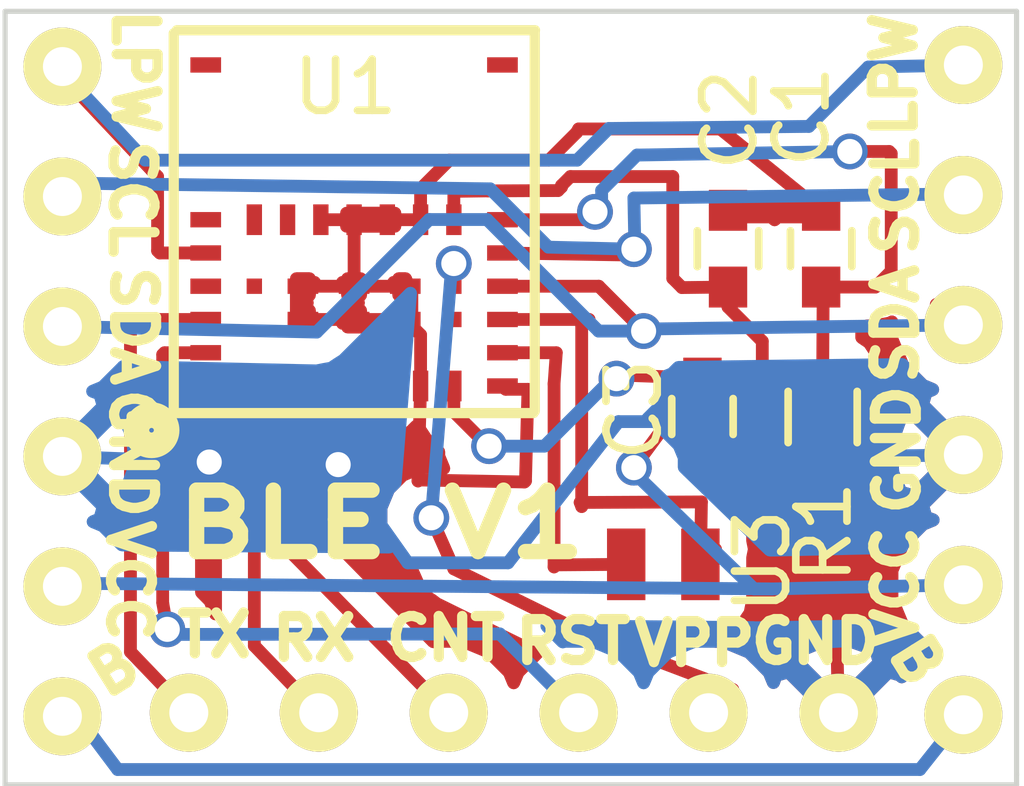
<source format=kicad_pcb>
(kicad_pcb (version 4) (host pcbnew "(2015-07-01 BZR 5850, Git 51c0ae3)-product")

  (general
    (links 39)
    (no_connects 0)
    (area 137.172215 95.63156 163.856025 114.270001)
    (thickness 1.6)
    (drawings 24)
    (tracks 186)
    (zones 0)
    (modules 9)
    (nets 27)
  )

  (page A4)
  (layers
    (0 F.Cu signal)
    (31 B.Cu signal)
    (32 B.Adhes user)
    (33 F.Adhes user)
    (34 B.Paste user)
    (35 F.Paste user)
    (36 B.SilkS user)
    (37 F.SilkS user)
    (38 B.Mask user)
    (39 F.Mask user)
    (40 Dwgs.User user)
    (41 Cmts.User user)
    (42 Eco1.User user)
    (43 Eco2.User user)
    (44 Edge.Cuts user)
    (45 Margin user)
    (46 B.CrtYd user)
    (47 F.CrtYd user)
    (48 B.Fab user)
    (49 F.Fab user)
  )

  (setup
    (last_trace_width 0.25)
    (user_trace_width 0.1)
    (user_trace_width 0.1524)
    (user_trace_width 0.2)
    (user_trace_width 0.25)
    (user_trace_width 0.3)
    (user_trace_width 0.4)
    (user_trace_width 0.5)
    (user_trace_width 0.8)
    (user_trace_width 1)
    (trace_clearance 0.2)
    (zone_clearance 0.508)
    (zone_45_only no)
    (trace_min 0.1)
    (segment_width 0.2)
    (edge_width 0.1)
    (via_size 0.7)
    (via_drill 0.5)
    (via_min_size 0.254)
    (via_min_drill 0.34)
    (user_via 0.7 0.34)
    (user_via 0.7 0.49)
    (uvia_size 0.3)
    (uvia_drill 0.127)
    (uvias_allowed no)
    (uvia_min_size 0.2)
    (uvia_min_drill 0.127)
    (pcb_text_width 0.3)
    (pcb_text_size 1.5 1.5)
    (mod_edge_width 0.15)
    (mod_text_size 1 1)
    (mod_text_width 0.15)
    (pad_size 1.5 1.5)
    (pad_drill 0.6)
    (pad_to_mask_clearance 0)
    (aux_axis_origin 0 0)
    (visible_elements 7FFFFF7F)
    (pcbplotparams
      (layerselection 0x010fc_80000001)
      (usegerberextensions true)
      (excludeedgelayer true)
      (linewidth 0.100000)
      (plotframeref false)
      (viasonmask false)
      (mode 1)
      (useauxorigin false)
      (hpglpennumber 1)
      (hpglpenspeed 20)
      (hpglpendiameter 15)
      (hpglpenoverlay 2)
      (psnegative false)
      (psa4output false)
      (plotreference true)
      (plotvalue false)
      (plotinvisibletext false)
      (padsonsilk false)
      (subtractmaskfromsilk false)
      (outputformat 1)
      (mirror false)
      (drillshape 0)
      (scaleselection 1)
      (outputdirectory ../../Poppy/Gerbers/))
  )

  (net 0 "")
  (net 1 "Net-(U1-Pad36)")
  (net 2 "Net-(U1-Pad10)")
  (net 3 "Net-(U1-Pad9)")
  (net 4 "Net-(U1-Pad5)")
  (net 5 "Net-(U1-Pad4)")
  (net 6 "Net-(U1-Pad30)")
  (net 7 "Net-(U1-Pad35)")
  (net 8 "Net-(U1-Pad37)")
  (net 9 "Net-(U1-Pad3)")
  (net 10 "Net-(U1-Pad19)")
  (net 11 "Net-(U1-Pad20)")
  (net 12 "Net-(U1-Pad21)")
  (net 13 "Net-(C1-Pad2)")
  (net 14 "Net-(C2-Pad1)")
  (net 15 GND)
  (net 16 SCL)
  (net 17 SDA)
  (net 18 A1/D1)
  (net 19 /TX)
  (net 20 /VPP)
  (net 21 /RST)
  (net 22 /RX)
  (net 23 /VPP-Control)
  (net 24 "Net-(U1-Pad23)")
  (net 25 /BAT)
  (net 26 /VCC)

  (net_class Default "This is the default net class."
    (clearance 0.2)
    (trace_width 0.25)
    (via_dia 0.7)
    (via_drill 0.5)
    (uvia_dia 0.3)
    (uvia_drill 0.127)
    (add_net /BAT)
    (add_net /RST)
    (add_net /RX)
    (add_net /TX)
    (add_net /VCC)
    (add_net /VPP)
    (add_net /VPP-Control)
    (add_net A1/D1)
    (add_net GND)
    (add_net "Net-(C1-Pad2)")
    (add_net "Net-(C2-Pad1)")
    (add_net "Net-(U1-Pad10)")
    (add_net "Net-(U1-Pad19)")
    (add_net "Net-(U1-Pad20)")
    (add_net "Net-(U1-Pad21)")
    (add_net "Net-(U1-Pad23)")
    (add_net "Net-(U1-Pad3)")
    (add_net "Net-(U1-Pad30)")
    (add_net "Net-(U1-Pad35)")
    (add_net "Net-(U1-Pad36)")
    (add_net "Net-(U1-Pad37)")
    (add_net "Net-(U1-Pad4)")
    (add_net "Net-(U1-Pad5)")
    (add_net "Net-(U1-Pad9)")
    (add_net SCL)
    (add_net SDA)
  )

  (net_class EuroCircuits ""
    (clearance 0.2)
    (trace_width 0.25)
    (via_dia 0.7)
    (via_drill 0.34)
    (uvia_dia 0.3)
    (uvia_drill 0.127)
  )

  (net_class Ragworm ""
    (clearance 0.1)
    (trace_width 0.1)
    (via_dia 0.7)
    (via_drill 0.5)
    (uvia_dia 0.3)
    (uvia_drill 0.127)
  )

  (module MyLibraries:LBCA2HNZYZ (layer F.Cu) (tedit 56228061) (tstamp 55A8FB58)
    (at 146.4711 103.1736)
    (path /55A90BF1)
    (fp_text reference U1 (at 2.7289 -2.5936) (layer F.SilkS)
      (effects (font (size 1 1) (thickness 0.15)))
    )
    (fp_text value LBCA2HNZYZ (at 2.89306 -1.6002) (layer F.Fab) hide
      (effects (font (size 1 0.5) (thickness 0.125)))
    )
    (fp_circle (center -1.05918 4.1148) (end -1.09982 4.13512) (layer F.SilkS) (width 0.5))
    (fp_line (start -0.59436 3.77952) (end 6.40564 3.77952) (layer F.SilkS) (width 0.2))
    (fp_line (start 6.43128 -3.6576) (end 6.43128 3.7424) (layer F.SilkS) (width 0.2))
    (fp_line (start -0.56388 -3.70332) (end 6.43612 -3.70332) (layer F.SilkS) (width 0.2))
    (fp_line (start -0.62484 -3.64236) (end -0.62484 3.75764) (layer F.SilkS) (width 0.2))
    (pad 36 smd rect (at 5.8 -3.025) (size 0.6 0.3) (layers F.Cu F.Paste F.Mask)
      (net 1 "Net-(U1-Pad36)"))
    (pad 12 smd rect (at 5.8 0.65) (size 0.6 0.3) (layers F.Cu F.Paste F.Mask)
      (net 16 SCL))
    (pad 11 smd rect (at 5.8 1.3) (size 0.6 0.3) (layers F.Cu F.Paste F.Mask)
      (net 17 SDA))
    (pad 10 smd rect (at 5.8 1.95) (size 0.6 0.3) (layers F.Cu F.Paste F.Mask)
      (net 2 "Net-(U1-Pad10)"))
    (pad 9 smd rect (at 5.8 2.6) (size 0.6 0.3) (layers F.Cu F.Paste F.Mask)
      (net 3 "Net-(U1-Pad9)"))
    (pad 8 smd rect (at 5.8 3.25) (size 0.6 0.3) (layers F.Cu F.Paste F.Mask)
      (net 15 GND))
    (pad 13 smd rect (at 5.8 0) (size 0.6 0.3) (layers F.Cu F.Paste F.Mask)
      (net 13 "Net-(C1-Pad2)"))
    (pad 7 smd rect (at 4.85 3.25) (size 0.3 0.6) (layers F.Cu F.Paste F.Mask)
      (net 26 /VCC))
    (pad 14 smd rect (at 4.85 0) (size 0.3 0.6) (layers F.Cu F.Paste F.Mask)
      (net 14 "Net-(C2-Pad1)"))
    (pad 31 smd rect (at 4.85 1.3) (size 0.3 0.3) (layers F.Cu F.Paste F.Mask)
      (net 20 /VPP))
    (pad 29 smd rect (at 3.9 1.95) (size 0.6 0.3) (layers F.Cu F.Paste F.Mask)
      (net 15 GND))
    (pad 32 smd rect (at 3.9 1.3) (size 0.6 0.3) (layers F.Cu F.Paste F.Mask)
      (net 15 GND))
    (pad 6 smd rect (at 4.2 3.25) (size 0.3 0.6) (layers F.Cu F.Paste F.Mask)
      (net 15 GND))
    (pad 5 smd rect (at 3.55 3.25) (size 0.3 0.6) (layers F.Cu F.Paste F.Mask)
      (net 4 "Net-(U1-Pad5)"))
    (pad 4 smd rect (at 2.9 3.25) (size 0.3 0.6) (layers F.Cu F.Paste F.Mask)
      (net 5 "Net-(U1-Pad4)"))
    (pad 15 smd rect (at 4.2 0) (size 0.3 0.6) (layers F.Cu F.Paste F.Mask)
      (net 15 GND))
    (pad 16 smd rect (at 3.55 0) (size 0.3 0.6) (layers F.Cu F.Paste F.Mask)
      (net 15 GND))
    (pad 17 smd rect (at 2.9 0) (size 0.3 0.6) (layers F.Cu F.Paste F.Mask)
      (net 15 GND))
    (pad 28 smd rect (at 2.9 1.95) (size 0.6 0.3) (layers F.Cu F.Paste F.Mask)
      (net 15 GND))
    (pad 27 smd rect (at 1.9 1.95) (size 0.6 0.3) (layers F.Cu F.Paste F.Mask)
      (net 15 GND))
    (pad 33 smd rect (at 2.9 1.3) (size 0.6 0.3) (layers F.Cu F.Paste F.Mask)
      (net 15 GND))
    (pad 34 smd rect (at 1.9 1.3) (size 0.6 0.3) (layers F.Cu F.Paste F.Mask)
      (net 15 GND))
    (pad 30 smd rect (at 4.85 1.95) (size 0.3 0.3) (layers F.Cu F.Paste F.Mask)
      (net 6 "Net-(U1-Pad30)"))
    (pad 35 smd rect (at 0.95 1.3) (size 0.3 0.3) (layers F.Cu F.Paste F.Mask)
      (net 7 "Net-(U1-Pad35)"))
    (pad 37 smd rect (at 0 -3.025) (size 0.6 0.3) (layers F.Cu F.Paste F.Mask)
      (net 8 "Net-(U1-Pad37)"))
    (pad 1 smd rect (at 0.95 3.25) (size 0.3 0.6) (layers F.Cu F.Paste F.Mask)
      (net 22 /RX))
    (pad 2 smd rect (at 1.6 3.25) (size 0.3 0.6) (layers F.Cu F.Paste F.Mask)
      (net 23 /VPP-Control))
    (pad 3 smd rect (at 2.25 3.25) (size 0.3 0.6) (layers F.Cu F.Paste F.Mask)
      (net 9 "Net-(U1-Pad3)"))
    (pad 18 smd rect (at 2.25 0) (size 0.3 0.6) (layers F.Cu F.Paste F.Mask)
      (net 15 GND))
    (pad 19 smd rect (at 1.6 0) (size 0.3 0.6) (layers F.Cu F.Paste F.Mask)
      (net 10 "Net-(U1-Pad19)"))
    (pad 20 smd rect (at 0.95 0) (size 0.3 0.6) (layers F.Cu F.Paste F.Mask)
      (net 11 "Net-(U1-Pad20)"))
    (pad 26 smd rect (at 0 3.25) (size 0.6 0.3) (layers F.Cu F.Paste F.Mask)
      (net 15 GND))
    (pad 25 smd rect (at 0 2.6) (size 0.6 0.3) (layers F.Cu F.Paste F.Mask)
      (net 21 /RST))
    (pad 24 smd rect (at 0 1.95) (size 0.6 0.3) (layers F.Cu F.Paste F.Mask)
      (net 19 /TX))
    (pad 23 smd rect (at 0 1.3) (size 0.6 0.3) (layers F.Cu F.Paste F.Mask)
      (net 24 "Net-(U1-Pad23)"))
    (pad 22 smd rect (at 0 0.65) (size 0.6 0.3) (layers F.Cu F.Paste F.Mask)
      (net 18 A1/D1))
    (pad 21 smd rect (at 0 0) (size 0.6 0.3) (layers F.Cu F.Paste F.Mask)
      (net 12 "Net-(U1-Pad21)"))
  )

  (module Capacitors_SMD:C_0603 (layer F.Cu) (tedit 56240C5A) (tstamp 55A95F99)
    (at 158.5 103.74 270)
    (descr "Capacitor SMD 0603, reflow soldering, AVX (see smccp.pdf)")
    (tags "capacitor 0603")
    (path /55A94D67)
    (attr smd)
    (fp_text reference C1 (at -2.58 0.38 270) (layer F.SilkS)
      (effects (font (size 1 1) (thickness 0.15)))
    )
    (fp_text value C_Small (at 0 1.9 270) (layer F.Fab) hide
      (effects (font (size 1 1) (thickness 0.15)))
    )
    (fp_line (start -1.45 -0.75) (end 1.45 -0.75) (layer F.CrtYd) (width 0.05))
    (fp_line (start -1.45 0.75) (end 1.45 0.75) (layer F.CrtYd) (width 0.05))
    (fp_line (start -1.45 -0.75) (end -1.45 0.75) (layer F.CrtYd) (width 0.05))
    (fp_line (start 1.45 -0.75) (end 1.45 0.75) (layer F.CrtYd) (width 0.05))
    (fp_line (start -0.35 -0.6) (end 0.35 -0.6) (layer F.SilkS) (width 0.15))
    (fp_line (start 0.35 0.6) (end -0.35 0.6) (layer F.SilkS) (width 0.15))
    (pad 1 smd rect (at -0.75 0 270) (size 0.8 0.75) (layers F.Cu F.Paste F.Mask)
      (net 15 GND))
    (pad 2 smd rect (at 0.75 0 270) (size 0.8 0.75) (layers F.Cu F.Paste F.Mask)
      (net 13 "Net-(C1-Pad2)"))
    (model Capacitors_SMD.3dshapes/C_0603.wrl
      (at (xyz 0 0 0))
      (scale (xyz 1 1 1))
      (rotate (xyz 0 0 0))
    )
  )

  (module Capacitors_SMD:C_0603 (layer F.Cu) (tedit 56228041) (tstamp 55A95F9F)
    (at 156.68 103.74 90)
    (descr "Capacitor SMD 0603, reflow soldering, AVX (see smccp.pdf)")
    (tags "capacitor 0603")
    (path /55A94E7C)
    (attr smd)
    (fp_text reference C2 (at 2.52 0.03 90) (layer F.SilkS)
      (effects (font (size 1 1) (thickness 0.15)))
    )
    (fp_text value C_Small (at 0 1.9 90) (layer F.Fab) hide
      (effects (font (size 1 1) (thickness 0.15)))
    )
    (fp_line (start -1.45 -0.75) (end 1.45 -0.75) (layer F.CrtYd) (width 0.05))
    (fp_line (start -1.45 0.75) (end 1.45 0.75) (layer F.CrtYd) (width 0.05))
    (fp_line (start -1.45 -0.75) (end -1.45 0.75) (layer F.CrtYd) (width 0.05))
    (fp_line (start 1.45 -0.75) (end 1.45 0.75) (layer F.CrtYd) (width 0.05))
    (fp_line (start -0.35 -0.6) (end 0.35 -0.6) (layer F.SilkS) (width 0.15))
    (fp_line (start 0.35 0.6) (end -0.35 0.6) (layer F.SilkS) (width 0.15))
    (pad 1 smd rect (at -0.75 0 90) (size 0.8 0.75) (layers F.Cu F.Paste F.Mask)
      (net 14 "Net-(C2-Pad1)"))
    (pad 2 smd rect (at 0.75 0 90) (size 0.8 0.75) (layers F.Cu F.Paste F.Mask)
      (net 15 GND))
    (model Capacitors_SMD.3dshapes/C_0603.wrl
      (at (xyz 0 0 0))
      (scale (xyz 1 1 1))
      (rotate (xyz 0 0 0))
    )
  )

  (module Resistors_SMD:R_0603 (layer F.Cu) (tedit 56227FB7) (tstamp 55A95FA5)
    (at 158.53 107.03 270)
    (descr "Resistor SMD 0603, reflow soldering, Vishay (see dcrcw.pdf)")
    (tags "resistor 0603")
    (path /55A94D18)
    (attr smd)
    (fp_text reference R1 (at 2.25 -0.02 270) (layer F.SilkS)
      (effects (font (size 1 1) (thickness 0.15)))
    )
    (fp_text value R (at 0 1.9 270) (layer F.Fab) hide
      (effects (font (size 1 1) (thickness 0.15)))
    )
    (fp_line (start -1.3 -0.8) (end 1.3 -0.8) (layer F.CrtYd) (width 0.05))
    (fp_line (start -1.3 0.8) (end 1.3 0.8) (layer F.CrtYd) (width 0.05))
    (fp_line (start -1.3 -0.8) (end -1.3 0.8) (layer F.CrtYd) (width 0.05))
    (fp_line (start 1.3 -0.8) (end 1.3 0.8) (layer F.CrtYd) (width 0.05))
    (fp_line (start 0.5 0.675) (end -0.5 0.675) (layer F.SilkS) (width 0.15))
    (fp_line (start -0.5 -0.675) (end 0.5 -0.675) (layer F.SilkS) (width 0.15))
    (pad 1 smd rect (at -0.75 0 270) (size 0.5 0.9) (layers F.Cu F.Paste F.Mask)
      (net 13 "Net-(C1-Pad2)"))
    (pad 2 smd rect (at 0.75 0 270) (size 0.5 0.9) (layers F.Cu F.Paste F.Mask)
      (net 14 "Net-(C2-Pad1)"))
    (model Resistors_SMD.3dshapes/R_0603.wrl
      (at (xyz 0 0 0))
      (scale (xyz 1 1 1))
      (rotate (xyz 0 0 0))
    )
  )

  (module MyLibraries:6PinHeader (layer F.Cu) (tedit 5622801F) (tstamp 55A95FAF)
    (at 146.14 112.81)
    (path /55A95B22)
    (fp_text reference U2 (at 1.93 -1.72) (layer F.SilkS) hide
      (effects (font (size 1 1) (thickness 0.15)))
    )
    (fp_text value 6PinHeader (at 6.37032 -1.96088) (layer F.Fab) hide
      (effects (font (size 1 1) (thickness 0.15)))
    )
    (pad 4 thru_hole circle (at 7.62 0) (size 1.524 1.524) (drill 0.762) (layers *.Cu *.Mask F.SilkS)
      (net 21 /RST))
    (pad 3 thru_hole circle (at 5.08 0) (size 1.524 1.524) (drill 0.762) (layers *.Cu *.Mask F.SilkS)
      (net 23 /VPP-Control))
    (pad 2 thru_hole circle (at 2.54 0) (size 1.524 1.524) (drill 0.762) (layers *.Cu *.Mask F.SilkS)
      (net 22 /RX))
    (pad 6 thru_hole circle (at 12.7 0) (size 1.524 1.524) (drill 0.762) (layers *.Cu *.Mask F.SilkS)
      (net 15 GND))
    (pad 5 thru_hole circle (at 10.16 0) (size 1.524 1.524) (drill 0.762) (layers *.Cu *.Mask F.SilkS)
      (net 20 /VPP))
    (pad 1 thru_hole circle (at 0 0) (size 1.524 1.524) (drill 0.762) (layers *.Cu *.Mask F.SilkS)
      (net 19 /TX))
  )

  (module MyLibraries:ABS06 (layer F.Cu) (tedit 56240F65) (tstamp 55A95FB5)
    (at 154.69 109.91)
    (path /55A94C71)
    (fp_text reference U3 (at 2.66 -0.06 90) (layer F.SilkS)
      (effects (font (size 1 1) (thickness 0.15)))
    )
    (fp_text value ABS06 (at -1.4 1.7 90) (layer F.Fab) hide
      (effects (font (size 1 1) (thickness 0.15)))
    )
    (pad 2 smd rect (at 1.45 0) (size 0.75 1.4) (layers F.Cu F.Paste F.Mask)
      (net 2 "Net-(U1-Pad10)"))
    (pad 1 smd rect (at 0 0) (size 0.75 1.4) (layers F.Cu F.Paste F.Mask)
      (net 3 "Net-(U1-Pad9)"))
  )

  (module Capacitors_SMD:C_0603 (layer F.Cu) (tedit 5622C62E) (tstamp 55A993CD)
    (at 156.18 107.02 270)
    (descr "Capacitor SMD 0603, reflow soldering, AVX (see smccp.pdf)")
    (tags "capacitor 0603")
    (path /55A9E125)
    (attr smd)
    (fp_text reference C3 (at -0.13 1.34 270) (layer F.SilkS)
      (effects (font (size 1 1) (thickness 0.15)))
    )
    (fp_text value C_Small (at 0 1.9 270) (layer F.Fab) hide
      (effects (font (size 1 1) (thickness 0.15)))
    )
    (fp_line (start -1.45 -0.75) (end 1.45 -0.75) (layer F.CrtYd) (width 0.05))
    (fp_line (start -1.45 0.75) (end 1.45 0.75) (layer F.CrtYd) (width 0.05))
    (fp_line (start -1.45 -0.75) (end -1.45 0.75) (layer F.CrtYd) (width 0.05))
    (fp_line (start 1.45 -0.75) (end 1.45 0.75) (layer F.CrtYd) (width 0.05))
    (fp_line (start -0.35 -0.6) (end 0.35 -0.6) (layer F.SilkS) (width 0.15))
    (fp_line (start 0.35 0.6) (end -0.35 0.6) (layer F.SilkS) (width 0.15))
    (pad 1 smd rect (at -0.75 0 270) (size 0.8 0.75) (layers F.Cu F.Paste F.Mask)
      (net 26 /VCC))
    (pad 2 smd rect (at 0.75 0 270) (size 0.8 0.75) (layers F.Cu F.Paste F.Mask)
      (net 15 GND))
    (model Capacitors_SMD.3dshapes/C_0603.wrl
      (at (xyz 0 0 0))
      (scale (xyz 1 1 1))
      (rotate (xyz 0 0 0))
    )
  )

  (module MyLibraries:6PinHeader (layer F.Cu) (tedit 56228059) (tstamp 5620FBE7)
    (at 161.28 112.85 90)
    (path /56211BC4)
    (fp_text reference U4 (at 16.09344 -0.00508 90) (layer F.SilkS) hide
      (effects (font (size 1 1) (thickness 0.15)))
    )
    (fp_text value 6PinHeader (at 6.37032 -1.96088 90) (layer F.Fab) hide
      (effects (font (size 1 1) (thickness 0.15)))
    )
    (pad 4 thru_hole circle (at 7.62 0 90) (size 1.524 1.524) (drill 0.762) (layers *.Cu *.Mask F.SilkS)
      (net 17 SDA))
    (pad 3 thru_hole circle (at 5.08 0 90) (size 1.524 1.524) (drill 0.762) (layers *.Cu *.Mask F.SilkS)
      (net 15 GND))
    (pad 2 thru_hole circle (at 2.54 0 90) (size 1.524 1.524) (drill 0.762) (layers *.Cu *.Mask F.SilkS)
      (net 26 /VCC))
    (pad 6 thru_hole circle (at 12.7 0 90) (size 1.524 1.524) (drill 0.762) (layers *.Cu *.Mask F.SilkS)
      (net 18 A1/D1))
    (pad 5 thru_hole circle (at 10.16 0 90) (size 1.524 1.524) (drill 0.762) (layers *.Cu *.Mask F.SilkS)
      (net 16 SCL))
    (pad 1 thru_hole circle (at 0 0 90) (size 1.524 1.524) (drill 0.762) (layers *.Cu *.Mask F.SilkS)
      (net 25 /BAT))
  )

  (module MyLibraries:6PinHeader (layer F.Cu) (tedit 56228053) (tstamp 5620FBF1)
    (at 143.67 112.88 90)
    (path /56211F63)
    (fp_text reference U5 (at 16.09344 -0.00508 90) (layer F.SilkS) hide
      (effects (font (size 1 1) (thickness 0.15)))
    )
    (fp_text value 6PinHeader (at 6.37032 -1.96088 90) (layer F.Fab) hide
      (effects (font (size 1 1) (thickness 0.15)))
    )
    (pad 4 thru_hole circle (at 7.62 0 90) (size 1.524 1.524) (drill 0.762) (layers *.Cu *.Mask F.SilkS)
      (net 17 SDA))
    (pad 3 thru_hole circle (at 5.08 0 90) (size 1.524 1.524) (drill 0.762) (layers *.Cu *.Mask F.SilkS)
      (net 15 GND))
    (pad 2 thru_hole circle (at 2.54 0 90) (size 1.524 1.524) (drill 0.762) (layers *.Cu *.Mask F.SilkS)
      (net 26 /VCC))
    (pad 6 thru_hole circle (at 12.7 0 90) (size 1.524 1.524) (drill 0.762) (layers *.Cu *.Mask F.SilkS)
      (net 18 A1/D1))
    (pad 5 thru_hole circle (at 10.16 0 90) (size 1.524 1.524) (drill 0.762) (layers *.Cu *.Mask F.SilkS)
      (net 16 SCL))
    (pad 1 thru_hole circle (at 0 0 90) (size 1.524 1.524) (drill 0.762) (layers *.Cu *.Mask F.SilkS)
      (net 25 /BAT))
  )

  (gr_text B (at 160.38 111.78 302) (layer F.SilkS) (tstamp 56241022)
    (effects (font (size 0.8 0.8) (thickness 0.2)))
  )
  (gr_text B (at 144.67 111.96 32) (layer F.SilkS) (tstamp 56240FBB)
    (effects (font (size 0.8 0.8) (thickness 0.2)))
  )
  (gr_text VPP (at 156.03 111.46) (layer F.SilkS) (tstamp 56240E0A)
    (effects (font (size 0.8 0.8) (thickness 0.2)))
  )
  (gr_text RST (at 153.65 111.42) (layer F.SilkS) (tstamp 56240DC1)
    (effects (font (size 0.8 0.8) (thickness 0.2)))
  )
  (gr_text CNT (at 151.16 111.36) (layer F.SilkS) (tstamp 56240DBE)
    (effects (font (size 0.8 0.8) (thickness 0.2)))
  )
  (gr_text RX (at 148.59 111.36) (layer F.SilkS) (tstamp 56240DBB)
    (effects (font (size 0.8 0.8) (thickness 0.2)))
  )
  (gr_text TX (at 146.64 111.29) (layer F.SilkS) (tstamp 56240DB5)
    (effects (font (size 0.8 0.8) (thickness 0.2)))
  )
  (gr_text VCC (at 144.98 110.23 270) (layer F.SilkS) (tstamp 56240DA5)
    (effects (font (size 0.8 0.8) (thickness 0.2)))
  )
  (gr_text GND (at 145.04 107.74 270) (layer F.SilkS) (tstamp 56240D9E)
    (effects (font (size 0.8 0.8) (thickness 0.2)))
  )
  (gr_text SDA (at 145.06 105.25 270) (layer F.SilkS) (tstamp 56240D95)
    (effects (font (size 0.8 0.8) (thickness 0.2)))
  )
  (gr_text SCL (at 145.03 102.77 270) (layer F.SilkS) (tstamp 56240D90)
    (effects (font (size 0.8 0.8) (thickness 0.2)))
  )
  (gr_text LPW (at 145.09 100.28 270) (layer F.SilkS) (tstamp 56240D7C)
    (effects (font (size 0.8 0.8) (thickness 0.2)))
  )
  (gr_text GND (at 158.39 111.42) (layer F.SilkS) (tstamp 56240D5E)
    (effects (font (size 0.8 0.8) (thickness 0.2)))
  )
  (gr_text VCC (at 159.96 110.35 90) (layer F.SilkS) (tstamp 56240D3D)
    (effects (font (size 0.8 0.8) (thickness 0.2)))
  )
  (gr_text GND (at 159.99 107.67 90) (layer F.SilkS) (tstamp 56240D35)
    (effects (font (size 0.8 0.8) (thickness 0.2)))
  )
  (gr_text SDA (at 159.96 105.21 90) (layer F.SilkS)
    (effects (font (size 0.8 0.8) (thickness 0.2)))
  )
  (gr_text SCL (at 159.96 102.72 90) (layer F.SilkS)
    (effects (font (size 0.8 0.8) (thickness 0.2)))
  )
  (gr_text LPW (at 159.93 100.34 90) (layer F.SilkS)
    (effects (font (size 0.8 0.8) (thickness 0.2)))
  )
  (gr_text "BLE V1" (at 149.9 109.12) (layer F.SilkS)
    (effects (font (size 1.2 1.5) (thickness 0.3)))
  )
  (gr_line (start 162.32 114.22) (end 162.32 114) (angle 90) (layer Edge.Cuts) (width 0.1))
  (gr_line (start 142.55 114.22) (end 162.32 114.22) (angle 90) (layer Edge.Cuts) (width 0.1))
  (gr_line (start 142.55 99.1) (end 142.55 114.22) (angle 90) (layer Edge.Cuts) (width 0.1))
  (gr_line (start 162.32 99.1) (end 142.55 99.1) (angle 90) (layer Edge.Cuts) (width 0.1))
  (gr_line (start 162.32 114.03) (end 162.32 99.1) (angle 90) (layer Edge.Cuts) (width 0.1))

  (segment (start 152.2711 105.1236) (end 153.9636 105.1236) (width 0.25) (layer F.Cu) (net 2) (status 10))
  (segment (start 156.16 108.69) (end 156.14 109.91) (width 0.25) (layer F.Cu) (net 2) (tstamp 5622630A) (status 20))
  (segment (start 153.79 108.7) (end 156.16 108.69) (width 0.25) (layer F.Cu) (net 2) (tstamp 56226307))
  (segment (start 153.82 108.78) (end 153.79 108.7) (width 0.25) (layer F.Cu) (net 2) (tstamp 56226304))
  (segment (start 153.82 105.24) (end 153.82 108.78) (width 0.25) (layer F.Cu) (net 2) (tstamp 562262F9))
  (segment (start 153.9636 105.1236) (end 153.82 105.24) (width 0.25) (layer F.Cu) (net 2) (tstamp 562262F5))
  (segment (start 156.135 109.905) (end 156.14 109.91) (width 0.25) (layer F.Cu) (net 2) (tstamp 562102FE) (status 30))
  (segment (start 156.4364 109.6136) (end 156.14 109.91) (width 0.25) (layer F.Cu) (net 2) (tstamp 55AAA437) (status 30))
  (segment (start 152.2711 105.7736) (end 153.3236 105.7736) (width 0.25) (layer F.Cu) (net 3) (status 10))
  (segment (start 153.32 109.92) (end 154.69 109.91) (width 0.25) (layer F.Cu) (net 3) (tstamp 562102DD) (status 20))
  (segment (start 153.28 109.96) (end 153.32 109.92) (width 0.25) (layer F.Cu) (net 3) (tstamp 562102DB))
  (segment (start 153.28 106.38) (end 153.28 109.96) (width 0.25) (layer F.Cu) (net 3) (tstamp 562102D8))
  (segment (start 153.3236 105.7736) (end 153.28 106.38) (width 0.25) (layer F.Cu) (net 3) (tstamp 562102D3))
  (segment (start 154.69 109.41) (end 154.69 109.91) (width 0.25) (layer F.Cu) (net 3) (tstamp 55AAA42A) (status 30))
  (segment (start 159.87 104.18) (end 159.87 101.88) (width 0.25) (layer F.Cu) (net 13))
  (segment (start 159.87 104.18) (end 159.56 104.49) (width 0.25) (layer F.Cu) (net 13) (tstamp 56240A4F))
  (segment (start 158.5 104.49) (end 159.56 104.49) (width 0.25) (layer F.Cu) (net 13) (tstamp 56240A54) (status 20))
  (segment (start 159.83 101.84) (end 159.06 101.84) (width 0.25) (layer F.Cu) (net 13) (tstamp 56240C6A))
  (segment (start 159.87 101.88) (end 159.83 101.84) (width 0.25) (layer F.Cu) (net 13) (tstamp 56240C65))
  (segment (start 152.2711 103.1736) (end 153.9264 103.1736) (width 0.25) (layer F.Cu) (net 13) (status 10))
  (segment (start 153.9264 103.1736) (end 154.08 103.02) (width 0.25) (layer F.Cu) (net 13) (tstamp 56240A37))
  (via (at 154.08 103.02) (size 0.7) (drill 0.49) (layers F.Cu B.Cu) (net 13))
  (segment (start 154.08 103.02) (end 154.21 102.89) (width 0.25) (layer B.Cu) (net 13) (tstamp 56240A3F))
  (segment (start 154.21 102.89) (end 154.21 102.6) (width 0.25) (layer B.Cu) (net 13) (tstamp 56240A40))
  (segment (start 154.21 102.6) (end 154.9 101.91) (width 0.25) (layer B.Cu) (net 13) (tstamp 56240A42))
  (segment (start 154.9 101.91) (end 159.06 101.84) (width 0.25) (layer B.Cu) (net 13) (tstamp 56240A44))
  (via (at 159.06 101.84) (size 0.7) (drill 0.49) (layers F.Cu B.Cu) (net 13))
  (segment (start 159.06 101.84) (end 159.15 101.93) (width 0.25) (layer F.Cu) (net 13) (tstamp 56240A4A))
  (segment (start 158.53 106.28) (end 158.54 104.53) (width 0.25) (layer F.Cu) (net 13) (status 30))
  (segment (start 158.54 104.53) (end 158.5 104.49) (width 0.25) (layer F.Cu) (net 13) (tstamp 56226396) (status 30))
  (segment (start 158.3 106.49) (end 158.55 106.34) (width 0.25) (layer F.Cu) (net 13) (status 30))
  (segment (start 158.3 106.49) (end 158.09 106.28) (width 0.25) (layer F.Cu) (net 13) (tstamp 5618056C) (status 30))
  (segment (start 156.68 104.49) (end 156.68 104.88) (width 0.25) (layer F.Cu) (net 14) (status 30))
  (segment (start 156.68 104.88) (end 157.35 105.55) (width 0.25) (layer F.Cu) (net 14) (tstamp 562409CA) (status 10))
  (segment (start 157.35 106.6) (end 158.53 107.78) (width 0.25) (layer F.Cu) (net 14) (tstamp 562409D5) (status 20))
  (segment (start 157.35 105.55) (end 157.35 106.6) (width 0.25) (layer F.Cu) (net 14) (tstamp 562409D0))
  (segment (start 153.425768 102.534068) (end 153.425768 102.504232) (width 0.25) (layer F.Cu) (net 14))
  (segment (start 153.6 102.33) (end 155.6 102.33) (width 0.25) (layer F.Cu) (net 14) (tstamp 562276C3))
  (segment (start 153.425768 102.504232) (end 153.6 102.33) (width 0.25) (layer F.Cu) (net 14) (tstamp 562276C2))
  (segment (start 151.99 102.61) (end 153.355768 102.604068) (width 0.25) (layer F.Cu) (net 14))
  (segment (start 151.3211 103.1736) (end 151.3211 102.6189) (width 0.25) (layer F.Cu) (net 14) (status 10))
  (segment (start 151.3211 102.6189) (end 151.99 102.61) (width 0.25) (layer F.Cu) (net 14) (tstamp 55AAA5B4))
  (segment (start 153.355768 102.604068) (end 153.425768 102.534068) (width 0.25) (layer F.Cu) (net 14) (tstamp 5622643F))
  (segment (start 158.53 107.78) (end 158.41 107.8) (width 0.25) (layer F.Cu) (net 14) (status 30))
  (segment (start 158.41 107.8) (end 158.23 107.57) (width 0.25) (layer F.Cu) (net 14) (tstamp 56226438) (status 30))
  (segment (start 156.68 104.49) (end 155.78 104.5) (width 0.25) (layer F.Cu) (net 14) (status 10))
  (segment (start 155.6 104.32) (end 155.6 102.33) (width 0.25) (layer F.Cu) (net 14) (tstamp 5622639D))
  (segment (start 155.78 104.5) (end 155.6 104.32) (width 0.25) (layer F.Cu) (net 14) (tstamp 5622639C))
  (segment (start 158.27 107.66) (end 158.37 107.76) (width 0.25) (layer F.Cu) (net 14) (tstamp 55AAA559) (status 30))
  (segment (start 156.18 107.77) (end 156.89 107.77) (width 0.25) (layer F.Cu) (net 15) (status 10))
  (segment (start 156.89 107.77) (end 159.12 110) (width 0.25) (layer F.Cu) (net 15) (tstamp 56240993))
  (segment (start 150.35 107.96) (end 149.06 107.96) (width 0.25) (layer F.Cu) (net 15))
  (via (at 149.06 107.96) (size 0.7) (drill 0.49) (layers F.Cu B.Cu) (net 15))
  (via (at 146.54 107.91) (size 0.7) (drill 0.49) (layers F.Cu B.Cu) (net 15))
  (segment (start 146.54 107.91) (end 146.4711 107.8411) (width 0.25) (layer F.Cu) (net 15) (tstamp 56239276))
  (segment (start 143.67 107.8) (end 146.54 107.91) (width 0.25) (layer B.Cu) (net 15) (status 10))
  (segment (start 152.770017 106.488716) (end 152.336216 106.488716) (width 0.25) (layer F.Cu) (net 15) (status 20))
  (segment (start 152.336216 106.488716) (end 152.2711 106.4236) (width 0.25) (layer F.Cu) (net 15) (tstamp 5622C5CB) (status 30))
  (segment (start 150.6711 102.5689) (end 151.23 102.01) (width 0.25) (layer F.Cu) (net 15))
  (segment (start 150.6711 103.1736) (end 150.6711 102.5689) (width 0.25) (layer F.Cu) (net 15) (status 10))
  (segment (start 153.72 101.47) (end 153.76 101.4) (width 0.25) (layer F.Cu) (net 15) (tstamp 562276E0))
  (segment (start 153.18 102.01) (end 153.72 101.47) (width 0.25) (layer F.Cu) (net 15) (tstamp 562276DC))
  (segment (start 151.23 102.01) (end 153.18 102.01) (width 0.25) (layer F.Cu) (net 15) (tstamp 562276D7))
  (segment (start 161.28 107.77) (end 155.99 107.85) (width 0.25) (layer B.Cu) (net 15) (status 10))
  (segment (start 155.99 107.85) (end 155.26 107.12) (width 0.25) (layer B.Cu) (net 15) (tstamp 56226501))
  (segment (start 155.26 107.12) (end 154.54 107.12) (width 0.25) (layer B.Cu) (net 15) (tstamp 56226509))
  (segment (start 154.54 107.12) (end 152.38 109.88) (width 0.25) (layer B.Cu) (net 15) (tstamp 5622650E))
  (segment (start 152.38 109.88) (end 150.42 109.88) (width 0.25) (layer B.Cu) (net 15) (tstamp 56226511))
  (segment (start 150.42 109.88) (end 149.06 107.96) (width 0.25) (layer B.Cu) (net 15) (tstamp 56226516))
  (segment (start 153.76 101.4) (end 156.53 101.4) (width 0.25) (layer F.Cu) (net 15) (tstamp 562276E3))
  (segment (start 156.53 101.4) (end 158.5 102.99) (width 0.25) (layer F.Cu) (net 15) (tstamp 562264A0) (status 20))
  (segment (start 158.5 102.99) (end 156.71 103.02) (width 0.25) (layer F.Cu) (net 15) (status 30))
  (segment (start 156.71 103.02) (end 156.68 102.99) (width 0.25) (layer F.Cu) (net 15) (tstamp 56226399) (status 30))
  (segment (start 158.84 112.81) (end 158.78 110.34) (width 0.25) (layer F.Cu) (net 15) (status 10))
  (segment (start 158.78 110.34) (end 159.12 110) (width 0.25) (layer F.Cu) (net 15) (tstamp 5621029B))
  (segment (start 159.12 110) (end 159.3 109.82) (width 0.25) (layer F.Cu) (net 15) (tstamp 562409A9))
  (segment (start 159.3 109.82) (end 161.28 107.77) (width 0.25) (layer F.Cu) (net 15) (tstamp 56226414) (status 20))
  (segment (start 146.57 107.94) (end 148.97 107.94) (width 0.25) (layer B.Cu) (net 15))
  (segment (start 148.99 107.96) (end 149.06 107.96) (width 0.25) (layer B.Cu) (net 15) (tstamp 56210268))
  (segment (start 148.97 107.94) (end 148.99 107.96) (width 0.25) (layer B.Cu) (net 15) (tstamp 5621025C))
  (segment (start 150.6711 107.6389) (end 150.6211 108.2789) (width 0.25) (layer F.Cu) (net 15) (tstamp 56210274))
  (segment (start 150.35 107.96) (end 150.6711 107.6389) (width 0.25) (layer F.Cu) (net 15) (tstamp 56210271))
  (segment (start 146.4711 107.8411) (end 146.4711 106.4236) (width 0.25) (layer F.Cu) (net 15) (tstamp 56210242) (status 20))
  (segment (start 146.57 107.94) (end 146.4711 107.8411) (width 0.25) (layer F.Cu) (net 15) (tstamp 56210241))
  (segment (start 146.54 107.91) (end 146.57 107.94) (width 0.25) (layer B.Cu) (net 15) (tstamp 56210233))
  (segment (start 150.6711 106.4236) (end 150.6211 108.2789) (width 0.25) (layer F.Cu) (net 15) (status 10))
  (segment (start 152.7211 108.2789) (end 152.770017 106.488716) (width 0.25) (layer F.Cu) (net 15) (tstamp 5615AB9F))
  (segment (start 150.6211 108.2789) (end 150.64 108.26) (width 0.25) (layer F.Cu) (net 15) (tstamp 5615AB8A))
  (segment (start 152.7 108.3) (end 152.7211 108.2789) (width 0.25) (layer F.Cu) (net 15) (tstamp 5615AB98))
  (segment (start 150.64 108.26) (end 152.7 108.3) (width 0.25) (layer F.Cu) (net 15) (tstamp 5615AB93))
  (segment (start 149.3711 104.4736) (end 149.3711 103.1736) (width 0.25) (layer F.Cu) (net 15) (status 30))
  (segment (start 150.6711 106.4236) (end 150.6711 105.4236) (width 0.25) (layer F.Cu) (net 15) (status 10))
  (segment (start 150.6711 105.4236) (end 150.3711 105.1236) (width 0.25) (layer F.Cu) (net 15) (tstamp 55AAA06A) (status 20))
  (segment (start 150.3711 105.1236) (end 150.3711 104.4736) (width 0.25) (layer F.Cu) (net 15) (status 30))
  (segment (start 149.3711 105.1236) (end 148.3711 105.1236) (width 0.25) (layer F.Cu) (net 15) (status 30))
  (segment (start 149.3711 105.1236) (end 150.3711 105.1236) (width 0.25) (layer F.Cu) (net 15) (status 30))
  (segment (start 149.3711 104.4736) (end 150.3711 104.4736) (width 0.25) (layer F.Cu) (net 15) (status 30))
  (segment (start 148.3711 104.4736) (end 149.3711 104.4736) (width 0.25) (layer F.Cu) (net 15) (status 30))
  (segment (start 150.0211 103.1736) (end 150.6711 103.1736) (width 0.25) (layer F.Cu) (net 15) (status 30))
  (segment (start 149.3711 103.1736) (end 150.0211 103.1736) (width 0.25) (layer F.Cu) (net 15) (status 30))
  (segment (start 148.7211 103.1736) (end 149.3711 103.1736) (width 0.25) (layer F.Cu) (net 15) (status 30))
  (via (at 154.840011 103.749527) (size 0.7) (drill 0.49) (layers F.Cu B.Cu) (net 16))
  (segment (start 154.85 103.76) (end 154.85 103.759516) (width 0.25) (layer F.Cu) (net 16) (tstamp 562392B1))
  (segment (start 154.85 103.759516) (end 154.840011 103.749527) (width 0.25) (layer F.Cu) (net 16) (tstamp 562392B0))
  (segment (start 154.86 103.75) (end 154.840011 103.749527) (width 0.25) (layer B.Cu) (net 16))
  (segment (start 154.840011 103.749527) (end 153.17 103.71) (width 0.25) (layer B.Cu) (net 16) (tstamp 562392AD))
  (segment (start 153.17 103.71) (end 152.03 102.57) (width 0.25) (layer B.Cu) (net 16) (tstamp 5622653A))
  (segment (start 152.03 102.57) (end 143.93 102.46) (width 0.25) (layer B.Cu) (net 16) (tstamp 5622653F) (status 20))
  (segment (start 143.93 102.46) (end 143.67 102.72) (width 0.25) (layer B.Cu) (net 16) (tstamp 56226548) (status 30))
  (segment (start 152.2711 103.8236) (end 154.7464 103.8636) (width 0.25) (layer F.Cu) (net 16) (status 10))
  (segment (start 154.84 102.75) (end 161.22 102.67) (width 0.25) (layer B.Cu) (net 16) (tstamp 562263EE) (status 20))
  (segment (start 154.86 103.75) (end 154.84 102.75) (width 0.25) (layer B.Cu) (net 16) (tstamp 562263ED))
  (segment (start 154.7464 103.8636) (end 154.85 103.76) (width 0.25) (layer F.Cu) (net 16) (tstamp 562263E4))
  (via (at 155.03 105.35) (size 0.7) (drill 0.49) (layers F.Cu B.Cu) (net 17))
  (segment (start 155.03 105.35) (end 154.15 105.35) (width 0.25) (layer B.Cu) (net 17))
  (segment (start 148.64 105.37) (end 143.67 105.26) (width 0.25) (layer B.Cu) (net 17) (tstamp 56226534) (status 20))
  (segment (start 150.84 103.17) (end 148.64 105.37) (width 0.25) (layer B.Cu) (net 17) (tstamp 5622652E))
  (segment (start 151.97 103.17) (end 150.84 103.17) (width 0.25) (layer B.Cu) (net 17) (tstamp 56226529))
  (segment (start 154.15 105.35) (end 151.97 103.17) (width 0.25) (layer B.Cu) (net 17) (tstamp 56226524))
  (segment (start 152.2711 104.4736) (end 154.1536 104.4736) (width 0.25) (layer F.Cu) (net 17) (status 10))
  (segment (start 155.07 105.31) (end 161.28 105.23) (width 0.25) (layer B.Cu) (net 17) (tstamp 562263D9) (status 20))
  (segment (start 155.03 105.35) (end 155.07 105.31) (width 0.25) (layer B.Cu) (net 17) (tstamp 562263D8))
  (segment (start 154.1536 104.4736) (end 155.03 105.35) (width 0.25) (layer F.Cu) (net 17) (tstamp 562263CB))
  (segment (start 160.7836 104.8636) (end 160.75 104.83) (width 0.25) (layer F.Cu) (net 17) (tstamp 5618048E) (status 30))
  (segment (start 143.67 100.18) (end 143.67 100.28) (width 0.25) (layer B.Cu) (net 18) (status 30))
  (segment (start 143.67 100.28) (end 145.29 102.01) (width 0.25) (layer B.Cu) (net 18) (tstamp 5622771F) (status 10))
  (segment (start 159.42 100.19) (end 161.28 100.15) (width 0.25) (layer B.Cu) (net 18) (tstamp 56227736) (status 20))
  (segment (start 158.26 101.35) (end 159.42 100.19) (width 0.25) (layer B.Cu) (net 18) (tstamp 56227732))
  (segment (start 154.35 101.39) (end 158.26 101.35) (width 0.25) (layer B.Cu) (net 18) (tstamp 5622772F))
  (segment (start 153.73 102.01) (end 154.35 101.39) (width 0.25) (layer B.Cu) (net 18) (tstamp 56227729))
  (segment (start 145.29 102.01) (end 153.73 102.01) (width 0.25) (layer B.Cu) (net 18) (tstamp 56227724))
  (segment (start 143.67 100.18) (end 143.67 100.36) (width 0.25) (layer F.Cu) (net 18) (status 30))
  (segment (start 143.67 100.36) (end 145.53 102.33) (width 0.25) (layer F.Cu) (net 18) (tstamp 5621014A) (status 10))
  (segment (start 145.53 102.33) (end 145.53 103.78) (width 0.25) (layer F.Cu) (net 18) (tstamp 56210152))
  (segment (start 145.53 103.78) (end 145.5736 103.8236) (width 0.25) (layer F.Cu) (net 18) (tstamp 56210156))
  (segment (start 145.5736 103.8236) (end 146.4711 103.8236) (width 0.25) (layer F.Cu) (net 18) (tstamp 56210158) (status 20))
  (segment (start 146.4711 105.1236) (end 145.0764 105.1236) (width 0.25) (layer F.Cu) (net 19) (status 10))
  (segment (start 145 111.62) (end 146.14 112.81) (width 0.25) (layer F.Cu) (net 19) (tstamp 562101F7) (status 20))
  (segment (start 145 105.2) (end 145 111.62) (width 0.25) (layer F.Cu) (net 19) (tstamp 562101F3))
  (segment (start 145.0764 105.1236) (end 145 105.2) (width 0.25) (layer F.Cu) (net 19) (tstamp 562101EE))
  (segment (start 156.773973 112.354901) (end 153.926018 111.277981) (width 0.25) (layer F.Cu) (net 20) (tstamp 56210291) (status 10))
  (segment (start 151.3211 104.4736) (end 151.3211 104.0311) (width 0.25) (layer F.Cu) (net 20) (status 10))
  (segment (start 151.3211 104.0311) (end 151.32 104.03) (width 0.25) (layer F.Cu) (net 20) (tstamp 55AAD0D4))
  (via (at 151.32 104.03) (size 0.7) (drill 0.49) (layers F.Cu B.Cu) (net 20))
  (segment (start 151.32 104.03) (end 151.28 104.07) (width 0.25) (layer B.Cu) (net 20) (tstamp 55AAD0DF))
  (segment (start 151.28 104.07) (end 150.88 109) (width 0.25) (layer B.Cu) (net 20) (tstamp 55AAD0E0))
  (via (at 150.88 109) (size 0.7) (drill 0.49) (layers F.Cu B.Cu) (net 20))
  (segment (start 150.88 109) (end 151.322265 109.999498) (width 0.25) (layer F.Cu) (net 20) (tstamp 55AAD0F2))
  (segment (start 151.322265 109.999498) (end 153.926018 111.277981) (width 0.25) (layer F.Cu) (net 20) (tstamp 55AAD0F3))
  (segment (start 146.4711 105.7736) (end 145.6664 105.7736) (width 0.25) (layer F.Cu) (net 21) (status 10))
  (segment (start 152.22 111.27) (end 153.76 112.81) (width 0.25) (layer B.Cu) (net 21) (tstamp 56239257) (status 20))
  (segment (start 145.82 111.28) (end 152.22 111.27) (width 0.25) (layer B.Cu) (net 21) (tstamp 56239251))
  (segment (start 145.72 111.18) (end 145.82 111.28) (width 0.25) (layer B.Cu) (net 21) (tstamp 56239250))
  (via (at 145.72 111.18) (size 0.7) (drill 0.49) (layers F.Cu B.Cu) (net 21))
  (segment (start 145.63 110.66) (end 145.72 111.18) (width 0.25) (layer F.Cu) (net 21) (tstamp 56239249))
  (segment (start 145.63 105.81) (end 145.63 110.66) (width 0.25) (layer F.Cu) (net 21) (tstamp 5623923F))
  (segment (start 145.6664 105.7736) (end 145.63 105.81) (width 0.25) (layer F.Cu) (net 21) (tstamp 56239239))
  (segment (start 147.4211 106.4236) (end 147.4211 111.5011) (width 0.25) (layer F.Cu) (net 22) (status 10))
  (segment (start 147.4211 111.5011) (end 148.68 112.81) (width 0.25) (layer F.Cu) (net 22) (tstamp 5621024B) (status 20))
  (segment (start 148.0711 106.4236) (end 148.0711 109.6111) (width 0.25) (layer F.Cu) (net 23) (status 10))
  (segment (start 148.0711 109.6111) (end 151.22 112.81) (width 0.25) (layer F.Cu) (net 23) (tstamp 56210250) (status 20))
  (segment (start 151.4611 112.5689) (end 151.22 112.81) (width 0.25) (layer F.Cu) (net 23) (tstamp 55AAA128) (status 30))
  (segment (start 143.67 112.88) (end 143.97 112.88) (width 0.25) (layer B.Cu) (net 25) (status 30))
  (segment (start 143.97 112.88) (end 144.75 113.92) (width 0.25) (layer B.Cu) (net 25) (tstamp 562100E1) (status 10))
  (segment (start 144.75 113.92) (end 160.43 113.92) (width 0.25) (layer B.Cu) (net 25) (tstamp 562100E3))
  (segment (start 160.43 113.92) (end 161.28 112.85) (width 0.25) (layer B.Cu) (net 25) (tstamp 562100EC) (status 20))
  (via (at 154.5 106.28) (size 0.7) (drill 0.49) (layers F.Cu B.Cu) (net 26))
  (segment (start 154.5 106.28) (end 154.57 106.21) (width 0.25) (layer F.Cu) (net 26) (tstamp 5623929B))
  (via (at 154.84 108.02) (size 0.7) (drill 0.49) (layers F.Cu B.Cu) (net 26))
  (segment (start 154.802693 108.080396) (end 154.802693 108.057307) (width 0.25) (layer B.Cu) (net 26) (tstamp 56239294))
  (segment (start 154.802693 108.057307) (end 154.84 108.02) (width 0.25) (layer B.Cu) (net 26) (tstamp 56239293))
  (via (at 152.01 107.6) (size 0.7) (drill 0.49) (layers F.Cu B.Cu) (net 26))
  (segment (start 151.3211 106.9311) (end 151.99 107.6) (width 0.25) (layer F.Cu) (net 26) (tstamp 5623928A))
  (segment (start 151.99 107.6) (end 152.01 107.6) (width 0.25) (layer F.Cu) (net 26) (tstamp 56239289))
  (segment (start 151.3211 106.4236) (end 151.3211 106.9311) (width 0.25) (layer F.Cu) (net 26) (status 10))
  (segment (start 154.57 106.21) (end 156.18 106.27) (width 0.25) (layer F.Cu) (net 26) (tstamp 5622C605) (status 20))
  (segment (start 152.01 107.6) (end 153.09 107.6) (width 0.25) (layer B.Cu) (net 26) (tstamp 5622C5DD))
  (segment (start 153.09 107.6) (end 154.3 106.39) (width 0.25) (layer B.Cu) (net 26) (tstamp 5622C5E1))
  (segment (start 154.3 106.39) (end 154.5 106.28) (width 0.25) (layer B.Cu) (net 26) (tstamp 5622C5F4))
  (segment (start 157.54 110.39) (end 143.73 110.28) (width 0.25) (layer B.Cu) (net 26) (status 20))
  (segment (start 143.73 110.28) (end 143.67 110.34) (width 0.25) (layer B.Cu) (net 26) (tstamp 562264F6) (status 30))
  (segment (start 156.18 106.27) (end 156.13 106.27) (width 0.25) (layer F.Cu) (net 26) (status 30))
  (segment (start 156.13 106.27) (end 154.84 108.02) (width 0.25) (layer F.Cu) (net 26) (tstamp 562264D8) (status 10))
  (segment (start 154.802693 108.080396) (end 157.19 110.39) (width 0.25) (layer B.Cu) (net 26) (tstamp 56239297))
  (segment (start 157.19 110.39) (end 157.54 110.39) (width 0.25) (layer B.Cu) (net 26) (tstamp 562264E6))
  (segment (start 157.54 110.39) (end 161.28 110.31) (width 0.25) (layer B.Cu) (net 26) (tstamp 562264F4) (status 20))

  (zone (net 0) (net_name "") (layer F.Cu) (tstamp 56227D90) (hatch edge 0.508)
    (connect_pads (clearance 0.508))
    (min_thickness 0.254)
    (keepout (tracks not_allowed) (vias not_allowed) (copperpour allowed))
    (fill (arc_segments 16) (thermal_gap 0.508) (thermal_bridge_width 0.508))
    (polygon
      (pts
        (xy 142.48 99.06) (xy 162.31 99.18) (xy 162.4 102.51) (xy 142.72 102.53)
      )
    )
  )
  (zone (net 0) (net_name "") (layer B.Cu) (tstamp 56227DBA) (hatch edge 0.508)
    (connect_pads (clearance 0.508))
    (min_thickness 0.254)
    (keepout (tracks not_allowed) (vias not_allowed) (copperpour allowed))
    (fill (arc_segments 16) (thermal_gap 0.508) (thermal_bridge_width 0.508))
    (polygon
      (pts
        (xy 142.45 99.07) (xy 162.19 99.25) (xy 162.18 102.51) (xy 142.52 102.43)
      )
    )
  )
  (zone (net 15) (net_name GND) (layer F.Cu) (tstamp 56227DDC) (hatch edge 0.508)
    (connect_pads (clearance 0.508))
    (min_thickness 0.254)
    (fill yes (arc_segments 16) (thermal_gap 0.508) (thermal_bridge_width 0.508))
    (polygon
      (pts
        (xy 142.69 102.9) (xy 162.47 102.79) (xy 162.27 114.22) (xy 142.49 114.26)
      )
    )
    (filled_polygon
      (pts
        (xy 159.882758 105.506661) (xy 160.09499 106.020303) (xy 160.48763 106.413629) (xy 160.679727 106.493395) (xy 160.548857 106.547603)
        (xy 160.479392 106.789787) (xy 161.28 107.590395) (xy 161.294143 107.576253) (xy 161.473748 107.755858) (xy 161.459605 107.77)
        (xy 161.473748 107.784143) (xy 161.294143 107.963748) (xy 161.28 107.949605) (xy 160.479392 108.750213) (xy 160.548857 108.992397)
        (xy 160.689318 109.042509) (xy 160.489697 109.12499) (xy 160.096371 109.51763) (xy 159.883243 110.0309) (xy 159.882758 110.586661)
        (xy 160.09499 111.100303) (xy 160.48763 111.493629) (xy 160.695512 111.579949) (xy 160.489697 111.66499) (xy 160.096371 112.05763)
        (xy 160.074961 112.10919) (xy 160.062397 112.078857) (xy 159.820213 112.009392) (xy 159.019605 112.81) (xy 159.033748 112.824143)
        (xy 158.854143 113.003748) (xy 158.84 112.989605) (xy 158.825858 113.003748) (xy 158.646253 112.824143) (xy 158.660395 112.81)
        (xy 157.859787 112.009392) (xy 157.617603 112.078857) (xy 157.567491 112.219318) (xy 157.48501 112.019697) (xy 157.363915 111.89839)
        (xy 157.294359 111.801008) (xy 157.221019 111.755245) (xy 157.09237 111.626371) (xy 156.616176 111.428638) (xy 158.492632 111.428638)
        (xy 158.108857 111.587603) (xy 158.039392 111.829787) (xy 158.84 112.630395) (xy 159.640608 111.829787) (xy 159.571143 111.587603)
        (xy 159.047698 111.400856) (xy 158.492632 111.428638) (xy 156.616176 111.428638) (xy 156.5791 111.413243) (xy 156.432126 111.413115)
        (xy 156.020438 111.25744) (xy 156.515 111.25744) (xy 156.757123 111.210463) (xy 156.969927 111.070673) (xy 157.112377 110.85964)
        (xy 157.16244 110.61) (xy 157.16244 109.784327) (xy 157.1964 109.6136) (xy 157.16244 109.442873) (xy 157.16244 109.21)
        (xy 157.115463 108.967877) (xy 156.975673 108.755073) (xy 156.919655 108.71726) (xy 156.919887 108.703139) (xy 157.093327 108.529698)
        (xy 157.19 108.296309) (xy 157.19 108.05575) (xy 157.03125 107.897) (xy 156.307 107.897) (xy 156.307 107.917)
        (xy 156.053 107.917) (xy 156.053 107.897) (xy 156.033 107.897) (xy 156.033 107.68244) (xy 156.076816 107.623)
        (xy 156.307 107.623) (xy 156.307 107.643) (xy 157.03125 107.643) (xy 157.174724 107.499526) (xy 157.43256 107.757362)
        (xy 157.43256 108.03) (xy 157.479537 108.272123) (xy 157.619327 108.484927) (xy 157.83036 108.627377) (xy 158.08 108.67744)
        (xy 158.98 108.67744) (xy 159.222123 108.630463) (xy 159.434927 108.490673) (xy 159.577377 108.27964) (xy 159.62744 108.03)
        (xy 159.62744 107.53) (xy 159.580463 107.287877) (xy 159.440673 107.075073) (xy 159.387021 107.038857) (xy 160.057603 107.038857)
        (xy 159.870856 107.562302) (xy 159.898638 108.117368) (xy 160.057603 108.501143) (xy 160.299787 108.570608) (xy 161.100395 107.77)
        (xy 160.299787 106.969392) (xy 160.057603 107.038857) (xy 159.387021 107.038857) (xy 159.374471 107.030386) (xy 159.434927 106.990673)
        (xy 159.577377 106.77964) (xy 159.62744 106.53) (xy 159.62744 106.03) (xy 159.580463 105.787877) (xy 159.440673 105.575073)
        (xy 159.294604 105.476475) (xy 159.295193 105.37349) (xy 159.329927 105.350673) (xy 159.397883 105.25) (xy 159.56 105.25)
        (xy 159.850839 105.192148) (xy 159.883051 105.170625) (xy 159.882758 105.506661)
      )
    )
    (filled_polygon
      (pts
        (xy 150.618952 107.221939) (xy 150.783699 107.468501) (xy 151.024905 107.709707) (xy 151.02483 107.795069) (xy 151.123849 108.034713)
        (xy 151.076788 108.015172) (xy 150.684931 108.01483) (xy 150.322771 108.164471) (xy 150.045445 108.441314) (xy 149.895172 108.803212)
        (xy 149.89483 109.195069) (xy 150.044471 109.557229) (xy 150.321314 109.834555) (xy 150.44001 109.883842) (xy 150.627264 110.307027)
        (xy 150.69376 110.401575) (xy 150.751727 110.50158) (xy 150.778481 110.522036) (xy 150.797854 110.549582) (xy 150.895465 110.611483)
        (xy 150.987295 110.681697) (xy 152.949488 111.645164) (xy 152.576371 112.01763) (xy 152.490051 112.225512) (xy 152.40501 112.019697)
        (xy 152.01237 111.626371) (xy 151.4991 111.413243) (xy 150.943339 111.412758) (xy 150.920374 111.422247) (xy 148.8311 109.299799)
        (xy 148.8311 107.37104) (xy 148.8711 107.37104) (xy 149.048992 107.336525) (xy 149.2211 107.37104) (xy 149.5211 107.37104)
        (xy 149.698992 107.336525) (xy 149.8711 107.37104) (xy 150.1711 107.37104) (xy 150.343888 107.337515) (xy 150.394791 107.3586)
        (xy 150.43735 107.3586) (xy 150.584203 107.211747) (xy 150.613143 107.192736) (xy 150.618952 107.221939)
      )
    )
    (filled_polygon
      (pts
        (xy 146.5981 107.04985) (xy 146.6611 107.11285) (xy 146.6611 110.878273) (xy 146.555529 110.622771) (xy 146.39 110.456953)
        (xy 146.39 106.57104) (xy 146.5981 106.57104) (xy 146.5981 107.04985)
      )
    )
    (filled_polygon
      (pts
        (xy 143.863748 107.785858) (xy 143.849605 107.8) (xy 143.863748 107.814143) (xy 143.684143 107.993748) (xy 143.67 107.979605)
        (xy 143.655858 107.993748) (xy 143.476253 107.814143) (xy 143.490395 107.8) (xy 143.476253 107.785858) (xy 143.655858 107.606253)
        (xy 143.67 107.620395) (xy 143.684143 107.606253) (xy 143.863748 107.785858)
      )
    )
    (filled_polygon
      (pts
        (xy 150.484471 104.587229) (xy 150.4981 104.600882) (xy 150.4981 105.09985) (xy 150.5181 105.11985) (xy 150.5181 105.1986)
        (xy 150.4981 105.1986) (xy 150.4981 105.2706) (xy 150.2441 105.2706) (xy 150.2441 105.1986) (xy 150.14535 105.1986)
        (xy 150.2441 105.09985) (xy 150.2441 104.95185) (xy 150.3061 104.88985) (xy 150.3061 104.84729) (xy 150.285932 104.7986)
        (xy 150.3061 104.74991) (xy 150.3061 104.70735) (xy 150.2441 104.64535) (xy 150.2441 104.49735) (xy 150.14535 104.3986)
        (xy 150.2441 104.3986) (xy 150.2441 104.3266) (xy 150.376782 104.3266) (xy 150.484471 104.587229)
      )
    )
    (filled_polygon
      (pts
        (xy 149.4981 104.3986) (xy 149.59685 104.3986) (xy 149.4981 104.49735) (xy 149.4981 104.64535) (xy 149.4361 104.70735)
        (xy 149.4361 104.74991) (xy 149.456268 104.7986) (xy 149.4361 104.84729) (xy 149.4361 104.88985) (xy 149.4981 104.95185)
        (xy 149.4981 105.09985) (xy 149.59685 105.1986) (xy 149.4981 105.1986) (xy 149.4981 105.2706) (xy 149.2441 105.2706)
        (xy 149.2441 105.1986) (xy 149.14535 105.1986) (xy 149.2441 105.09985) (xy 149.2441 104.95185) (xy 149.3061 104.88985)
        (xy 149.3061 104.84729) (xy 149.285932 104.7986) (xy 149.3061 104.74991) (xy 149.3061 104.70735) (xy 149.2441 104.64535)
        (xy 149.2441 104.49735) (xy 149.14535 104.3986) (xy 149.2441 104.3986) (xy 149.2441 104.3266) (xy 149.4981 104.3266)
        (xy 149.4981 104.3986)
      )
    )
    (filled_polygon
      (pts
        (xy 148.4981 104.3986) (xy 148.59685 104.3986) (xy 148.4981 104.49735) (xy 148.4981 104.64535) (xy 148.4361 104.70735)
        (xy 148.4361 104.74991) (xy 148.456268 104.7986) (xy 148.4361 104.84729) (xy 148.4361 104.88985) (xy 148.4981 104.95185)
        (xy 148.4981 105.09985) (xy 148.59685 105.1986) (xy 148.4981 105.1986) (xy 148.4981 105.2706) (xy 148.2441 105.2706)
        (xy 148.2441 105.1986) (xy 148.2241 105.1986) (xy 148.2241 105.11985) (xy 148.2441 105.09985) (xy 148.2441 104.49735)
        (xy 148.2241 104.47735) (xy 148.2241 104.3986) (xy 148.2441 104.3986) (xy 148.2441 104.3266) (xy 148.4981 104.3266)
        (xy 148.4981 104.3986)
      )
    )
    (filled_polygon
      (pts
        (xy 150.04485 103.0466) (xy 150.1681 103.0466) (xy 150.1681 103.3006) (xy 150.04485 103.3006) (xy 150.02485 103.3206)
        (xy 150.01735 103.3206) (xy 149.99735 103.3006) (xy 149.39485 103.3006) (xy 149.3711 103.32435) (xy 149.34735 103.3006)
        (xy 149.2241 103.3006) (xy 149.2241 103.0466) (xy 149.34735 103.0466) (xy 149.36735 103.0266) (xy 149.37485 103.0266)
        (xy 149.39485 103.0466) (xy 149.99735 103.0466) (xy 150.01735 103.0266) (xy 150.02485 103.0266) (xy 150.04485 103.0466)
      )
    )
    (filled_polygon
      (pts
        (xy 158.647 103.117) (xy 158.627 103.117) (xy 158.627 103.137) (xy 158.373 103.137) (xy 158.373 103.117)
        (xy 157.64875 103.117) (xy 157.59 103.17575) (xy 157.53125 103.117) (xy 156.807 103.117) (xy 156.807 103.137)
        (xy 156.553 103.137) (xy 156.553 103.117) (xy 156.533 103.117) (xy 156.533 102.950018) (xy 158.647 102.938262)
        (xy 158.647 103.117)
      )
    )
  )
  (zone (net 15) (net_name GND) (layer B.Cu) (tstamp 56227DF4) (hatch edge 0.508)
    (connect_pads (clearance 0.508))
    (min_thickness 0.254)
    (fill yes (arc_segments 16) (thermal_gap 0.508) (thermal_bridge_width 0.508))
    (polygon
      (pts
        (xy 142.6 102.71) (xy 162.37 102.78) (xy 162.33 114.27) (xy 142.55 114.27)
      )
    )
    (filled_polygon
      (pts
        (xy 160.09499 111.100303) (xy 160.48763 111.493629) (xy 160.695512 111.579949) (xy 160.489697 111.66499) (xy 160.096371 112.05763)
        (xy 160.074961 112.10919) (xy 160.062397 112.078857) (xy 159.820213 112.009392) (xy 159.019605 112.81) (xy 159.033748 112.824143)
        (xy 158.854143 113.003748) (xy 158.84 112.989605) (xy 158.825858 113.003748) (xy 158.646253 112.824143) (xy 158.660395 112.81)
        (xy 157.859787 112.009392) (xy 157.617603 112.078857) (xy 157.567491 112.219318) (xy 157.48501 112.019697) (xy 157.09237 111.626371)
        (xy 156.616176 111.428638) (xy 158.492632 111.428638) (xy 158.108857 111.587603) (xy 158.039392 111.829787) (xy 158.84 112.630395)
        (xy 159.640608 111.829787) (xy 159.571143 111.587603) (xy 159.047698 111.400856) (xy 158.492632 111.428638) (xy 156.616176 111.428638)
        (xy 156.5791 111.413243) (xy 156.023339 111.412758) (xy 155.509697 111.62499) (xy 155.116371 112.01763) (xy 155.030051 112.225512)
        (xy 154.94501 112.019697) (xy 154.55237 111.626371) (xy 154.0391 111.413243) (xy 153.483339 111.412758) (xy 153.450945 111.426143)
        (xy 153.139777 111.114975) (xy 157.175527 111.147121) (xy 157.19 111.15) (xy 157.54 111.15) (xy 157.548111 111.148387)
        (xy 157.556253 111.149826) (xy 160.093032 111.095563) (xy 160.09499 111.100303)
      )
    )
    (filled_polygon
      (pts
        (xy 160.09499 106.020303) (xy 160.48763 106.413629) (xy 160.679727 106.493395) (xy 160.548857 106.547603) (xy 160.479392 106.789787)
        (xy 161.28 107.590395) (xy 161.294143 107.576253) (xy 161.473748 107.755858) (xy 161.459605 107.77) (xy 161.473748 107.784143)
        (xy 161.294143 107.963748) (xy 161.28 107.949605) (xy 160.479392 108.750213) (xy 160.548857 108.992397) (xy 160.689318 109.042509)
        (xy 160.489697 109.12499) (xy 160.096371 109.51763) (xy 160.072275 109.57566) (xy 157.534909 109.629935) (xy 157.497084 109.629634)
        (xy 155.825007 108.01198) (xy 155.82517 107.824931) (xy 155.675529 107.462771) (xy 155.398686 107.185445) (xy 155.108074 107.064773)
        (xy 155.134035 107.038857) (xy 160.057603 107.038857) (xy 159.870856 107.562302) (xy 159.898638 108.117368) (xy 160.057603 108.501143)
        (xy 160.299787 108.570608) (xy 161.100395 107.77) (xy 160.299787 106.969392) (xy 160.057603 107.038857) (xy 155.134035 107.038857)
        (xy 155.334555 106.838686) (xy 155.484828 106.476788) (xy 155.485045 106.22775) (xy 155.587229 106.185529) (xy 155.711171 106.061803)
        (xy 160.088836 106.005408) (xy 160.09499 106.020303)
      )
    )
    (filled_polygon
      (pts
        (xy 150.173177 108.313804) (xy 150.045445 108.441314) (xy 149.895172 108.803212) (xy 149.89483 109.195069) (xy 150.044471 109.557229)
        (xy 150.057596 109.570377) (xy 144.83412 109.52877) (xy 144.46237 109.156371) (xy 144.270273 109.076605) (xy 144.401143 109.022397)
        (xy 144.470608 108.780213) (xy 143.67 107.979605) (xy 143.655858 107.993748) (xy 143.476253 107.814143) (xy 143.490395 107.8)
        (xy 143.849605 107.8) (xy 144.650213 108.600608) (xy 144.892397 108.531143) (xy 145.079144 108.007698) (xy 145.051362 107.452632)
        (xy 144.892397 107.068857) (xy 144.650213 106.999392) (xy 143.849605 107.8) (xy 143.490395 107.8) (xy 143.490395 107.8)
        (xy 143.476253 107.785858) (xy 143.655858 107.606253) (xy 143.67 107.620395) (xy 144.470608 106.819787) (xy 144.401143 106.577603)
        (xy 144.260682 106.527491) (xy 144.460303 106.44501) (xy 144.853629 106.05237) (xy 144.856092 106.046438) (xy 148.623183 106.129814)
        (xy 148.631609 106.128331) (xy 148.64 106.13) (xy 148.777322 106.102685) (xy 148.915231 106.078412) (xy 148.922449 106.073817)
        (xy 148.930839 106.072148) (xy 149.047253 105.994363) (xy 149.165378 105.919161) (xy 149.170288 105.912154) (xy 149.177401 105.907401)
        (xy 150.473591 104.611211) (xy 150.173177 108.313804)
      )
    )
  )
)

</source>
